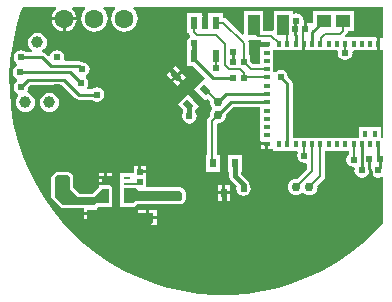
<source format=gtl>
G04*
G04 #@! TF.GenerationSoftware,Altium Limited,Altium Designer,25.4.2 (15)*
G04*
G04 Layer_Physical_Order=1*
G04 Layer_Color=1265191*
%FSTAX24Y24*%
%MOIN*%
G70*
G04*
G04 #@! TF.SameCoordinates,E8C35838-7A26-4AB5-A82F-FF47F1EBD12F*
G04*
G04*
G04 #@! TF.FilePolarity,Positive*
G04*
G01*
G75*
%ADD16R,0.0197X0.0197*%
%ADD17R,0.0197X0.0197*%
%ADD18C,0.0300*%
%ADD19R,0.0217X0.0315*%
%ADD20R,0.0394X0.0709*%
%ADD21R,0.0157X0.0197*%
%ADD22R,0.0197X0.0157*%
%ADD23R,0.0475X0.0417*%
%ADD24R,0.0236X0.0177*%
%ADD25R,0.0236X0.0098*%
%ADD26R,0.0236X0.0110*%
%ADD27R,0.0413X0.0315*%
G04:AMPARAMS|DCode=28|XSize=21.7mil|YSize=31.5mil|CornerRadius=0mil|HoleSize=0mil|Usage=FLASHONLY|Rotation=223.000|XOffset=0mil|YOffset=0mil|HoleType=Round|Shape=Rectangle|*
%AMROTATEDRECTD28*
4,1,4,-0.0028,0.0189,0.0187,-0.0041,0.0028,-0.0189,-0.0187,0.0041,-0.0028,0.0189,0.0*
%
%ADD28ROTATEDRECTD28*%

%ADD29R,0.0236X0.0433*%
%ADD43C,0.0100*%
%ADD44C,0.0080*%
%ADD45C,0.0150*%
%ADD46C,0.0390*%
%ADD47C,0.0630*%
%ADD48C,0.0240*%
G36*
X03071Y017772D02*
X030596D01*
Y017573D01*
Y017375D01*
X03071D01*
Y014445D01*
X030626D01*
Y0148D01*
X029914D01*
Y014445D01*
X027687D01*
Y016246D01*
X027674Y016312D01*
X027637Y016368D01*
X027637Y016368D01*
X027536Y016469D01*
X027517Y016562D01*
X027464Y016641D01*
X027385Y016695D01*
X027291Y016713D01*
X027198Y016695D01*
X027118Y016641D01*
X027103Y016619D01*
X027043Y016637D01*
Y017079D01*
Y017355D01*
X027988D01*
Y017375D01*
X028015D01*
Y017573D01*
X028115D01*
Y017375D01*
X028142D01*
Y017355D01*
X029167D01*
X029205Y017308D01*
X029198Y017277D01*
X029217Y017183D01*
X02927Y017104D01*
X02935Y017051D01*
X029443Y017032D01*
X029537Y017051D01*
X029616Y017104D01*
X029669Y017183D01*
X029688Y017277D01*
X029682Y017308D01*
X02972Y017355D01*
X030469D01*
Y017375D01*
X030496D01*
Y017573D01*
Y017772D01*
X030469D01*
Y017792D01*
X029465D01*
X029442Y017847D01*
X029484Y017889D01*
X029519Y017942D01*
X029531Y018D01*
X029726D01*
Y018657D01*
X028361D01*
Y01827D01*
X028306Y018258D01*
Y018258D01*
X028157D01*
Y01806D01*
X028057D01*
Y018295D01*
X028049Y018305D01*
X028057Y018342D01*
X028038Y018436D01*
X027985Y018515D01*
X027906Y018568D01*
X027812Y018587D01*
X027749Y018574D01*
X027689Y018615D01*
Y018664D01*
X027055D01*
Y018057D01*
X026995Y018009D01*
X026977Y018013D01*
X026705D01*
Y018664D01*
X026071D01*
Y017888D01*
X026016Y017865D01*
X025494Y018387D01*
X025441Y018422D01*
X025382Y018434D01*
Y018608D01*
X024906D01*
Y018588D01*
X02482D01*
Y018271D01*
X02472D01*
Y018588D01*
X024634D01*
Y018608D01*
X024158D01*
Y017935D01*
X024239D01*
X024245Y017904D01*
X024272Y017863D01*
X024281Y017851D01*
X024259Y017788D01*
X024223Y017764D01*
X02417Y017684D01*
X024151Y01759D01*
X024166Y017515D01*
X024158Y017505D01*
X024158D01*
Y016832D01*
X024373D01*
X024761Y016444D01*
X024731Y016389D01*
X024403Y016082D01*
X024781Y015677D01*
X024855Y015745D01*
X024933Y015667D01*
X024928Y01563D01*
X024937Y01556D01*
X024964Y015494D01*
X025007Y015437D01*
X025017Y01543D01*
Y015398D01*
X024974Y015342D01*
X024947Y015276D01*
X024937Y015206D01*
X024941Y015179D01*
X024895Y015137D01*
X024893Y015134D01*
X024891Y015133D01*
X024875Y015109D01*
X024858Y015085D01*
X024857Y015082D01*
X024855Y01508D01*
X02485Y015051D01*
X024843Y015024D01*
X024843Y01502D01*
X024843Y015017D01*
Y01387D01*
X024798D01*
Y013315D01*
X025254D01*
Y01387D01*
X025169D01*
Y014898D01*
X02521Y014933D01*
X02528Y014943D01*
X025346Y01497D01*
X025402Y015013D01*
X025446Y015069D01*
X025473Y015135D01*
X025482Y015206D01*
X025479Y01523D01*
X0257Y015451D01*
X026607D01*
Y01515D01*
Y014875D01*
Y014599D01*
Y014323D01*
X026627D01*
Y014296D01*
X026825D01*
Y014246D01*
X026875D01*
Y014068D01*
X027023D01*
X02704Y014014D01*
Y014008D01*
X027834D01*
X027862Y013955D01*
X027854Y013944D01*
X027835Y01385D01*
X027854Y013756D01*
X027907Y013677D01*
X027986Y013624D01*
X02808Y013605D01*
X028118Y013613D01*
X028178Y013564D01*
Y013408D01*
X027837Y013067D01*
X0278Y013072D01*
X02773Y013063D01*
X027664Y013036D01*
X027607Y012993D01*
X027564Y012936D01*
X027537Y01287D01*
X027528Y0128D01*
X027537Y01273D01*
X027564Y012664D01*
X027607Y012607D01*
X027664Y012564D01*
X02773Y012537D01*
X0278Y012528D01*
X02787Y012537D01*
X027936Y012564D01*
X027993Y012607D01*
X027995Y012611D01*
X028055D01*
X028057Y012607D01*
X028114Y012564D01*
X02818Y012537D01*
X02825Y012528D01*
X02832Y012537D01*
X028386Y012564D01*
X028443Y012607D01*
X028486Y012664D01*
X028513Y01273D01*
X028522Y0128D01*
X028517Y012837D01*
X028732Y013051D01*
X028767Y013104D01*
X02878Y013166D01*
Y014008D01*
X029556D01*
Y013889D01*
X029547Y013883D01*
X029494Y013804D01*
X029475Y01371D01*
X029494Y013616D01*
X029547Y013537D01*
X029626Y013484D01*
X029715Y013466D01*
X029721Y013464D01*
X029761Y013412D01*
X02975Y013354D01*
X029768Y013261D01*
X029821Y013181D01*
X029901Y013128D01*
X029994Y01311D01*
X030088Y013128D01*
X030167Y013181D01*
X03022Y013261D01*
X030236Y013339D01*
X030297D01*
X030312Y013264D01*
X030365Y013185D01*
X030444Y013132D01*
X030538Y013113D01*
X030632Y013132D01*
X030657Y013149D01*
X03071Y013121D01*
Y011609D01*
X030384Y011262D01*
X029995Y010904D01*
X029579Y010576D01*
X029141Y010279D01*
X028681Y010016D01*
X028204Y009788D01*
X02771Y009596D01*
X027204Y009441D01*
X026688Y009324D01*
X026165Y009246D01*
X025637Y009207D01*
X025107D01*
X02458Y009246D01*
X024056Y009324D01*
X02354Y009441D01*
X023034Y009596D01*
X022541Y009788D01*
X022063Y010016D01*
X021604Y010279D01*
X021165Y010576D01*
X02075Y010904D01*
X02036Y011262D01*
X019997Y011648D01*
X019665Y012059D01*
X019364Y012495D01*
X019096Y012951D01*
X018862Y013426D01*
X018665Y013917D01*
X018504Y014422D01*
X018381Y014936D01*
X018297Y015459D01*
X018252Y015986D01*
X018246Y016516D01*
X01828Y017044D01*
X018352Y017568D01*
X018464Y018086D01*
X018613Y018594D01*
X018686Y018788D01*
X019794D01*
X019815Y018728D01*
X019783Y018704D01*
X019716Y018617D01*
X019675Y018517D01*
X019667Y018458D01*
X020079D01*
X020491D01*
X020483Y018517D01*
X020441Y018617D01*
X020375Y018704D01*
X020343Y018728D01*
X020364Y018788D01*
X020761D01*
X020782Y018728D01*
X020769Y018718D01*
X020699Y018628D01*
X020655Y018522D01*
X02064Y018408D01*
X020655Y018295D01*
X020699Y018189D01*
X020769Y018098D01*
X02086Y018028D01*
X020965Y017984D01*
X021079Y017969D01*
X021192Y017984D01*
X021298Y018028D01*
X021389Y018098D01*
X021459Y018189D01*
X021503Y018295D01*
X021518Y018408D01*
X021503Y018522D01*
X021459Y018628D01*
X021389Y018718D01*
X021376Y018728D01*
X021396Y018788D01*
X021761D01*
X021782Y018728D01*
X021769Y018718D01*
X021699Y018628D01*
X021655Y018522D01*
X02164Y018408D01*
X021655Y018295D01*
X021699Y018189D01*
X021769Y018098D01*
X02186Y018028D01*
X021965Y017984D01*
X022079Y017969D01*
X022192Y017984D01*
X022298Y018028D01*
X022389Y018098D01*
X022459Y018189D01*
X022503Y018295D01*
X022518Y018408D01*
X022503Y018522D01*
X022459Y018628D01*
X022389Y018718D01*
X022376Y018728D01*
X022396Y018788D01*
X03071Y018788D01*
Y017772D01*
D02*
G37*
G36*
X026486Y017699D02*
X026548Y017687D01*
X026627D01*
Y017604D01*
X026825D01*
Y017504D01*
X026627D01*
Y017477D01*
X026607D01*
Y017079D01*
Y01689D01*
X026368D01*
X026276Y016982D01*
Y017188D01*
X02622D01*
Y017593D01*
X026208Y017655D01*
X026208Y017656D01*
X02624Y017716D01*
X026461D01*
X026486Y017699D01*
D02*
G37*
%LPC*%
G36*
X020029Y018358D02*
X019667D01*
X019675Y0183D01*
X019716Y018199D01*
X019783Y018112D01*
X01987Y018046D01*
X019971Y018004D01*
X020029Y017996D01*
Y018358D01*
D02*
G37*
G36*
X020491D02*
X020129D01*
Y017996D01*
X020187Y018004D01*
X020288Y018046D01*
X020375Y018112D01*
X020441Y018199D01*
X020483Y0183D01*
X020491Y018358D01*
D02*
G37*
G36*
X01918Y017938D02*
X019098Y017927D01*
X019021Y017895D01*
X018955Y017845D01*
X018905Y017779D01*
X018873Y017702D01*
X018862Y01762D01*
X018873Y017538D01*
X018905Y017461D01*
X018955Y017395D01*
X01901Y017353D01*
X019002Y017307D01*
X018994Y017293D01*
X018803D01*
X018724Y017346D01*
X01863Y017365D01*
X018536Y017346D01*
X018457Y017293D01*
X018404Y017214D01*
X018385Y01712D01*
X018404Y017026D01*
X018457Y016947D01*
X018516Y016907D01*
X018516Y016875D01*
X018511Y016842D01*
X018437Y016793D01*
X018384Y016714D01*
X018366Y01662D01*
X018384Y016527D01*
X018437Y016447D01*
X018512Y016398D01*
X018517Y016368D01*
X018517Y016333D01*
X018457Y016293D01*
X018404Y016214D01*
X018385Y01612D01*
X018404Y016026D01*
X018457Y015947D01*
X018528Y015899D01*
X018536Y015883D01*
X01854Y015869D01*
X018545Y015831D01*
X018505Y015779D01*
X018473Y015702D01*
X018462Y01562D01*
X018473Y015538D01*
X018505Y015461D01*
X018555Y015395D01*
X018621Y015345D01*
X018698Y015313D01*
X01878Y015302D01*
X018862Y015313D01*
X018939Y015345D01*
X019005Y015395D01*
X019055Y015461D01*
X019087Y015538D01*
X019098Y01562D01*
X019087Y015702D01*
X019055Y015779D01*
X019005Y015845D01*
X018939Y015895D01*
X018862Y015927D01*
X018862Y015927D01*
X018833Y015991D01*
X018856Y016026D01*
X018875Y016119D01*
X018952Y016197D01*
X020008D01*
X02045Y015755D01*
X020506Y015718D01*
X020572Y015705D01*
X020997D01*
X021076Y015652D01*
X021169Y015633D01*
X021263Y015652D01*
X021342Y015705D01*
X021395Y015784D01*
X021414Y015878D01*
X021395Y015972D01*
X021342Y016051D01*
X021263Y016104D01*
X021169Y016123D01*
X021076Y016104D01*
X020997Y016051D01*
X020855D01*
X020826Y016111D01*
X020864Y016168D01*
X020883Y016262D01*
X020864Y016355D01*
X020811Y016435D01*
X020794Y016446D01*
X020797Y016516D01*
X02085Y016551D01*
X020903Y016631D01*
X020922Y016724D01*
X020903Y016818D01*
X02085Y016897D01*
X020771Y01695D01*
X020677Y016969D01*
X020667Y016967D01*
X020648Y01698D01*
X020582Y016993D01*
X020101D01*
X020061Y017053D01*
X020075Y01712D01*
X020056Y017214D01*
X020003Y017293D01*
X019924Y017346D01*
X01983Y017365D01*
X019736Y017346D01*
X019657Y017293D01*
X019604Y017214D01*
X019598Y017182D01*
X019533Y017163D01*
X019453Y017243D01*
X019396Y01728D01*
X019358Y017288D01*
X019347Y017319D01*
X019347Y017351D01*
X019405Y017395D01*
X019455Y017461D01*
X019487Y017538D01*
X019498Y01762D01*
X019487Y017702D01*
X019455Y017779D01*
X019405Y017845D01*
X019339Y017895D01*
X019262Y017927D01*
X01918Y017938D01*
D02*
G37*
G36*
X023791Y01683D02*
X023675Y016722D01*
X023817Y016571D01*
X023933Y016679D01*
X023791Y01683D01*
D02*
G37*
G36*
X023602Y016654D02*
X023486Y016546D01*
X023628Y016394D01*
X023744Y016502D01*
X023602Y016654D01*
D02*
G37*
G36*
X024001Y016605D02*
X023885Y016497D01*
X024027Y016346D01*
X024142Y016454D01*
X024001Y016605D01*
D02*
G37*
G36*
X023812Y016429D02*
X023696Y016321D01*
X023838Y01617D01*
X023953Y016278D01*
X023812Y016429D01*
D02*
G37*
G36*
X01958Y015938D02*
X019498Y015927D01*
X019421Y015895D01*
X019355Y015845D01*
X019305Y015779D01*
X019273Y015702D01*
X019262Y01562D01*
X019273Y015538D01*
X019305Y015461D01*
X019355Y015395D01*
X019421Y015345D01*
X019498Y015313D01*
X01958Y015302D01*
X019662Y015313D01*
X019739Y015345D01*
X019805Y015395D01*
X019855Y015461D01*
X019887Y015538D01*
X019898Y01562D01*
X019887Y015702D01*
X019855Y015779D01*
X019805Y015845D01*
X019739Y015895D01*
X019662Y015927D01*
X01958Y015938D01*
D02*
G37*
G36*
X02419Y015884D02*
X023856Y015572D01*
X024047Y015368D01*
Y015294D01*
X02402Y015254D01*
X024001Y01516D01*
X02402Y015066D01*
X024073Y014987D01*
X024152Y014934D01*
X024246Y014915D01*
X024339Y014934D01*
X024419Y014987D01*
X024472Y015066D01*
X02449Y01516D01*
X024472Y015254D01*
X024444Y015294D01*
Y015362D01*
X024568Y015478D01*
X024397Y015662D01*
X024386Y015677D01*
X024375Y015685D01*
X02419Y015884D01*
D02*
G37*
G36*
X026775Y014196D02*
X026627D01*
Y014068D01*
X026775D01*
Y014196D01*
D02*
G37*
G36*
X022795Y013507D02*
X022647D01*
Y013359D01*
X022795D01*
Y013507D01*
D02*
G37*
G36*
X021674Y013253D02*
X021506D01*
Y013154D01*
X021674D01*
Y013253D01*
D02*
G37*
G36*
X021406D02*
X021238D01*
Y013154D01*
X021406D01*
Y013253D01*
D02*
G37*
G36*
X021337Y013054D02*
X021238D01*
Y012957D01*
X021337D01*
Y013054D01*
D02*
G37*
G36*
X025608Y012865D02*
X02545D01*
Y012658D01*
X025608D01*
Y012865D01*
D02*
G37*
G36*
X02535D02*
X025192D01*
Y012658D01*
X02535D01*
Y012865D01*
D02*
G37*
G36*
X026002Y01387D02*
X025546D01*
Y013315D01*
X025575D01*
Y013153D01*
X02559Y013077D01*
X025633Y013013D01*
X025822Y012824D01*
X025807Y012748D01*
X025825Y012654D01*
X025878Y012575D01*
X025958Y012522D01*
X026051Y012503D01*
X026145Y012522D01*
X026224Y012575D01*
X026277Y012654D01*
X026296Y012748D01*
X026277Y012842D01*
X026248Y012885D01*
X026235Y012952D01*
X026192Y013016D01*
X025973Y013235D01*
Y013315D01*
X026002D01*
Y01387D01*
D02*
G37*
G36*
X025608Y012558D02*
X02545D01*
Y01235D01*
X025608D01*
Y012558D01*
D02*
G37*
G36*
X02535D02*
X025192D01*
Y01235D01*
X02535D01*
Y012558D01*
D02*
G37*
G36*
X022547Y013507D02*
X022398D01*
Y013273D01*
X021926D01*
Y013113D01*
X021947Y013092D01*
Y012135D01*
X022046D01*
X022055Y012133D01*
X02237D01*
X022379Y012135D01*
X022402D01*
Y01214D01*
X022417Y012143D01*
X022457Y012169D01*
X022509Y012222D01*
X023945D01*
X023992Y012231D01*
X024031Y012258D01*
X024091Y012317D01*
X024117Y012357D01*
X024126Y012403D01*
Y01261D01*
X024117Y012657D01*
X024091Y012697D01*
X024031Y012756D01*
X023992Y012782D01*
X023945Y012792D01*
X023177D01*
Y012792D01*
X022815D01*
Y013173D01*
X022795D01*
Y013259D01*
X022597D01*
Y013309D01*
X022547D01*
Y013507D01*
D02*
G37*
G36*
X020195Y013313D02*
X019841D01*
X019794Y013304D01*
X019754Y013277D01*
X019685Y013208D01*
X019659Y013169D01*
X019649Y013122D01*
Y012482D01*
X019659Y012435D01*
X019685Y012396D01*
X019961Y01212D01*
X020001Y012094D01*
X020047Y012084D01*
X020732D01*
Y011983D01*
X020835D01*
Y01202D01*
X021168D01*
Y012098D01*
X021188D01*
Y012143D01*
X021583D01*
X021602Y012147D01*
X021671D01*
X021671Y012148D01*
Y012797D01*
X021612Y012856D01*
X021337D01*
Y012879D01*
X021238D01*
Y012879D01*
X021218D01*
Y012782D01*
X02101Y012575D01*
X02059Y012575D01*
X020376Y012789D01*
Y013132D01*
X020367Y013179D01*
X020341Y013218D01*
X020281Y013277D01*
X020242Y013304D01*
X020195Y013313D01*
D02*
G37*
G36*
X0228Y012043D02*
X022543D01*
Y011941D01*
X0228D01*
Y012043D01*
D02*
G37*
G36*
X023157D02*
X0229D01*
Y011941D01*
X023039D01*
X023043Y011836D01*
X023157D01*
Y012043D01*
D02*
G37*
G36*
X020835Y011883D02*
X020732D01*
Y011744D01*
X020835D01*
Y011883D01*
D02*
G37*
G36*
X023157Y011736D02*
X023046D01*
X023049Y011636D01*
X022961Y011547D01*
X0229D01*
Y011528D01*
X023157D01*
Y011736D01*
D02*
G37*
G36*
X0228Y011547D02*
X022543D01*
Y011528D01*
X0228D01*
Y011547D01*
D02*
G37*
%LPD*%
G36*
X022557Y012669D02*
X023945D01*
X024004Y01261D01*
Y012403D01*
X023945Y012344D01*
X022459D01*
X02237Y012256D01*
X022055D01*
Y012758D01*
X022469D01*
X022557Y012669D01*
D02*
G37*
G36*
X020254Y013132D02*
Y012738D01*
X020539Y012453D01*
X021061Y012453D01*
X021327Y012718D01*
X021583D01*
Y012266D01*
X02112D01*
X021061Y012207D01*
X020047D01*
X019772Y012482D01*
Y013122D01*
X019841Y013191D01*
X020195D01*
X020254Y013132D01*
D02*
G37*
D16*
X025703Y01697D02*
D03*
X026057D02*
D03*
X025703Y01642D02*
D03*
X026057D02*
D03*
X030243Y01372D02*
D03*
X030597D02*
D03*
X027753Y01806D02*
D03*
X028107D02*
D03*
D17*
X022597Y012955D02*
D03*
Y013309D02*
D03*
D18*
X02521Y015206D02*
D03*
X0278Y0128D02*
D03*
X02825D02*
D03*
X0252Y01563D02*
D03*
D19*
X025026Y013592D02*
D03*
X025774D02*
D03*
X0254Y012608D02*
D03*
D20*
X026388Y01819D02*
D03*
X027372D02*
D03*
D21*
X030546Y017573D02*
D03*
X028065D02*
D03*
X02779D02*
D03*
X030427Y014581D02*
D03*
X029168Y014227D02*
D03*
X029443D02*
D03*
X027514Y017573D02*
D03*
X028065Y014227D02*
D03*
X028341Y017573D02*
D03*
X028616D02*
D03*
X028892D02*
D03*
X029168D02*
D03*
X029443D02*
D03*
X030546Y014227D02*
D03*
X03027D02*
D03*
X028892D02*
D03*
X028616D02*
D03*
X027238D02*
D03*
X029994Y017573D02*
D03*
X029719D02*
D03*
Y014227D02*
D03*
X029994D02*
D03*
X030112Y014581D02*
D03*
X03027Y017573D02*
D03*
X027238D02*
D03*
X027514Y014227D02*
D03*
X028341D02*
D03*
X02779D02*
D03*
D22*
X026825Y017554D02*
D03*
Y014246D02*
D03*
Y014522D02*
D03*
Y017278D02*
D03*
Y017002D02*
D03*
Y016451D02*
D03*
Y016176D02*
D03*
Y0159D02*
D03*
Y015624D02*
D03*
Y015073D02*
D03*
Y014798D02*
D03*
Y015349D02*
D03*
Y016727D02*
D03*
D23*
X029369Y018329D02*
D03*
X028718D02*
D03*
D24*
X02095Y011933D02*
D03*
Y012307D02*
D03*
D25*
X022164Y013104D02*
D03*
Y012907D02*
D03*
X021456Y01271D02*
D03*
Y012513D02*
D03*
Y012316D02*
D03*
X022164Y012513D02*
D03*
Y01271D02*
D03*
X021456Y012907D02*
D03*
Y013104D02*
D03*
D26*
X022164Y01231D02*
D03*
D27*
X02285Y011786D02*
D03*
Y012514D02*
D03*
D28*
X024759Y016035D02*
D03*
X024212Y015525D02*
D03*
X023814Y0165D02*
D03*
D29*
X025144Y018271D02*
D03*
X02477D02*
D03*
X024396D02*
D03*
Y017169D02*
D03*
X025144D02*
D03*
D43*
X020572Y015878D02*
X021169D01*
X02008Y01637D02*
X020572Y015878D01*
X01888Y01637D02*
X02008D01*
X01863Y01612D02*
X01888Y01637D01*
X020279Y01662D02*
X020638Y016262D01*
X01861Y01662D02*
X020279D01*
X020582Y01682D02*
X020677Y016724D01*
X01963Y01682D02*
X020582D01*
X01933Y01712D02*
X01963Y01682D01*
X01863Y01712D02*
X01933D01*
X025703Y01697D02*
Y017297D01*
X024396Y017054D02*
X02503Y01642D01*
X025703D01*
X024396Y017054D02*
Y017228D01*
X027291Y016468D02*
X027514Y016246D01*
Y014227D02*
Y016246D01*
X02547Y0159D02*
X026825D01*
X0252Y01563D02*
X02547Y0159D01*
X025629Y015624D02*
X026825D01*
X02521Y015206D02*
X025629Y015624D01*
X02779Y017573D02*
X027812Y017596D01*
X030546Y013727D02*
Y014227D01*
X029994Y013354D02*
Y014227D01*
X030538Y013358D02*
X0306Y01342D01*
Y013673D01*
X030546Y013727D02*
X0306Y013673D01*
X030243Y013388D02*
X030302Y013329D01*
X030243Y013388D02*
Y01372D01*
X030302Y01276D02*
Y013329D01*
X027753Y017886D02*
X027812Y017827D01*
X027753Y017886D02*
Y01806D01*
Y018283D01*
X027812Y018342D01*
Y017596D02*
Y017827D01*
X028341Y017951D02*
X028718Y018329D01*
X028341Y017573D02*
Y017951D01*
D44*
X026057Y01697D02*
Y017593D01*
X025144Y018271D02*
X025379D01*
X026057Y017593D01*
X025144Y017856D02*
X02543Y01757D01*
Y01687D02*
X02558Y01672D01*
X02543Y01687D02*
Y01757D01*
X024506Y017856D02*
X025144D01*
X0263Y016727D02*
X026825D01*
X026057Y01697D02*
X0263Y016727D01*
X02593Y01672D02*
X026057Y016593D01*
X02558Y01672D02*
X02593D01*
X026057Y01647D02*
Y016593D01*
Y01647D02*
X026076Y016451D01*
X026825D01*
X025144Y016765D02*
X025149Y01676D01*
X025144Y016765D02*
Y017169D01*
X0278Y0128D02*
X028341Y013341D01*
Y014227D01*
X027514Y018152D02*
X027532Y01817D01*
X027514Y017573D02*
Y018152D01*
X027234Y014223D02*
X027238Y014227D01*
X028616Y017573D02*
X028645D01*
X028063Y014229D02*
X028065Y014227D01*
X02825Y0128D02*
X028616Y013166D01*
Y014227D01*
X025006Y013582D02*
X025026Y013592D01*
X025006Y015017D02*
X02521Y015206D01*
X029719Y013711D02*
Y014226D01*
Y013711D02*
X02972Y01371D01*
X02674Y01377D02*
Y013797D01*
X026825Y013882D01*
Y014246D01*
X025006Y013582D02*
Y015017D01*
X024798Y01594D02*
X02489D01*
X0252Y01563D01*
X024246Y015537D02*
X024246Y015537D01*
X03045Y018033D02*
X030546Y017937D01*
Y017573D02*
Y017937D01*
X03045Y018033D02*
Y01806D01*
X028645Y017573D02*
Y017769D01*
X028048Y017585D02*
Y01806D01*
Y017585D02*
X028063Y017571D01*
Y01727D02*
Y017571D01*
X026977Y01785D02*
X027238Y017588D01*
X026388Y01801D02*
Y01819D01*
Y01801D02*
X026548Y01785D01*
X026977D01*
X029443Y017277D02*
Y017573D01*
X028065Y013865D02*
Y014227D01*
Y013865D02*
X02808Y01385D01*
X022164Y012907D02*
X022585D01*
X0226Y012892D01*
X024396Y018271D02*
X024396Y018271D01*
X024396Y017966D02*
Y018271D01*
Y017966D02*
X024506Y017856D01*
X025144Y017228D02*
X025174Y017198D01*
X02878Y017903D02*
X029268D01*
X029369Y018004D01*
Y018329D01*
X028645Y017769D02*
X02878Y017903D01*
D45*
X023551Y016763D02*
Y016951D01*
Y016763D02*
X023814Y0165D01*
X026454Y017554D02*
X026825D01*
X02477Y018212D02*
Y01859D01*
X024246Y01516D02*
Y015537D01*
X025392Y012148D02*
X0254Y012156D01*
Y012608D01*
X024396Y017228D02*
Y01759D01*
X025774Y013153D02*
Y013592D01*
X026051Y012748D02*
Y012876D01*
X025774Y013153D02*
X026051Y012876D01*
D46*
X01918Y01762D02*
D03*
X01878Y01562D02*
D03*
X01958D02*
D03*
D47*
X022079Y018408D02*
D03*
X021079D02*
D03*
X020079D02*
D03*
D48*
X021169Y015878D02*
D03*
X020677Y016724D02*
D03*
X020638Y016262D02*
D03*
X01863Y01612D02*
D03*
Y01712D02*
D03*
X01861Y01662D02*
D03*
X01983Y01612D02*
D03*
X01983Y01712D02*
D03*
X025703Y017297D02*
D03*
X025149Y01676D02*
D03*
X023551Y016951D02*
D03*
X027291Y016468D02*
D03*
X02972Y01371D02*
D03*
X030538Y013358D02*
D03*
X02674Y01377D02*
D03*
X03045Y01806D02*
D03*
X028063Y01727D02*
D03*
X027812Y018342D02*
D03*
X026454Y017554D02*
D03*
X02477Y01859D02*
D03*
X024246Y01516D02*
D03*
X0236Y01462D02*
D03*
X02359Y01357D02*
D03*
X02594Y01516D02*
D03*
X026388Y01456D02*
D03*
X02433Y01413D02*
D03*
X029994Y013354D02*
D03*
X02808Y01385D02*
D03*
X030302Y01276D02*
D03*
X029443Y017277D02*
D03*
X020018Y013033D02*
D03*
X020028Y012689D02*
D03*
X020254Y012384D02*
D03*
X023394Y012502D02*
D03*
X023787D02*
D03*
X021179Y015238D02*
D03*
X018886Y018526D02*
D03*
X02038Y017554D02*
D03*
X01861Y0151D02*
D03*
X02235Y017581D02*
D03*
X023345Y018122D02*
D03*
X023814Y018447D02*
D03*
X030323Y011527D02*
D03*
X025392Y012148D02*
D03*
X020677Y014008D02*
D03*
X022606Y014246D02*
D03*
X023295Y015337D02*
D03*
X020973Y013024D02*
D03*
X021819Y013516D02*
D03*
X022833Y011075D02*
D03*
X021524Y011085D02*
D03*
X02301Y010041D02*
D03*
X024969Y009579D02*
D03*
X02676Y009687D02*
D03*
X028364Y010258D02*
D03*
X029201Y01259D02*
D03*
X028974Y013516D02*
D03*
X028048Y011695D02*
D03*
X026602Y011439D02*
D03*
X024191Y011449D02*
D03*
X024791Y012699D02*
D03*
X02673Y012777D02*
D03*
X02738Y017197D02*
D03*
X030323Y017148D02*
D03*
X030343Y015848D02*
D03*
Y015012D02*
D03*
X028463Y015819D02*
D03*
X027931Y016429D02*
D03*
X02926Y014864D02*
D03*
X030028Y018388D02*
D03*
X025667Y018555D02*
D03*
X026356Y017128D02*
D03*
X024396Y01759D02*
D03*
X026051Y012748D02*
D03*
M02*

</source>
